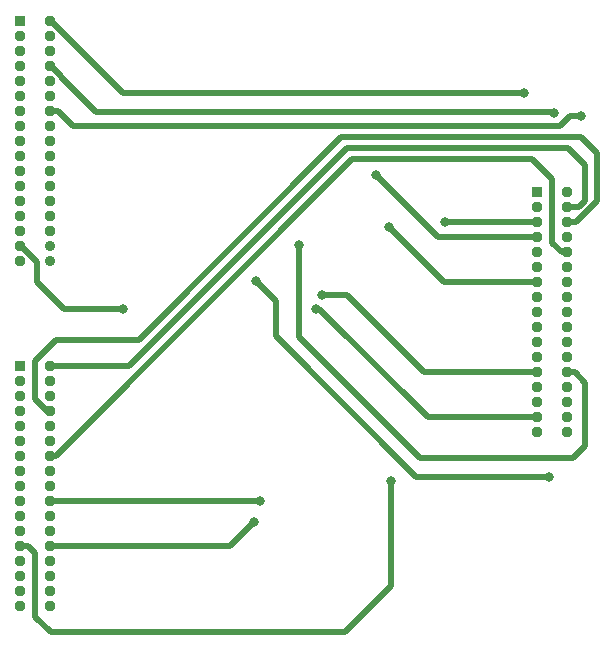
<source format=gbr>
%TF.GenerationSoftware,KiCad,Pcbnew,7.0.7*%
%TF.CreationDate,2023-09-12T23:11:04-05:00*%
%TF.ProjectId,Heater_South,48656174-6572-45f5-936f-7574682e6b69,rev?*%
%TF.SameCoordinates,Original*%
%TF.FileFunction,Copper,L2,Bot*%
%TF.FilePolarity,Positive*%
%FSLAX46Y46*%
G04 Gerber Fmt 4.6, Leading zero omitted, Abs format (unit mm)*
G04 Created by KiCad (PCBNEW 7.0.7) date 2023-09-12 23:11:04*
%MOMM*%
%LPD*%
G01*
G04 APERTURE LIST*
%TA.AperFunction,ComponentPad*%
%ADD10R,0.940800X0.940800*%
%TD*%
%TA.AperFunction,ComponentPad*%
%ADD11C,0.940800*%
%TD*%
%TA.AperFunction,ComponentPad*%
%ADD12C,0.890000*%
%TD*%
%TA.AperFunction,ViaPad*%
%ADD13C,0.800000*%
%TD*%
%TA.AperFunction,Conductor*%
%ADD14C,0.508000*%
%TD*%
G04 APERTURE END LIST*
D10*
%TO.P,J2,1,Pin_1*%
%TO.N,/HB2_1*%
X93969840Y-80010000D03*
D11*
%TO.P,J2,2,Pin_2*%
%TO.N,/HB2_2*%
X96530160Y-80010000D03*
%TO.P,J2,3,Pin_3*%
%TO.N,unconnected-(J2-Pin_3-Pad3)*%
X93980000Y-81280000D03*
%TO.P,J2,4,Pin_4*%
%TO.N,unconnected-(J2-Pin_4-Pad4)*%
X96520000Y-81280000D03*
%TO.P,J2,5,Pin_5*%
%TO.N,unconnected-(J2-Pin_5-Pad5)*%
X93980000Y-82550000D03*
%TO.P,J2,6,Pin_6*%
%TO.N,unconnected-(J2-Pin_6-Pad6)*%
X96520000Y-82550000D03*
%TO.P,J2,7,Pin_7*%
%TO.N,/HB2_7*%
X93980000Y-83820000D03*
%TO.P,J2,8,Pin_8*%
%TO.N,/HB2_8*%
X96520000Y-83820000D03*
%TO.P,J2,9,Pin_9*%
%TO.N,unconnected-(J2-Pin_9-Pad9)*%
X93980000Y-85090000D03*
%TO.P,J2,10,Pin_10*%
%TO.N,unconnected-(J2-Pin_10-Pad10)*%
X96520000Y-85090000D03*
%TO.P,J2,11,Pin_11*%
%TO.N,unconnected-(J2-Pin_11-Pad11)*%
X93980000Y-86360000D03*
%TO.P,J2,12,Pin_12*%
%TO.N,unconnected-(J2-Pin_12-Pad12)*%
X96520000Y-86360000D03*
%TO.P,J2,13,Pin_13*%
%TO.N,/HB2_13*%
X93980000Y-87630000D03*
%TO.P,J2,14,Pin_14*%
%TO.N,/HB2_14*%
X96520000Y-87630000D03*
%TO.P,J2,15,Pin_15*%
%TO.N,unconnected-(J2-Pin_15-Pad15)*%
X93980000Y-88900000D03*
%TO.P,J2,16,Pin_16*%
%TO.N,unconnected-(J2-Pin_16-Pad16)*%
X96520000Y-88900000D03*
%TO.P,J2,17,Pin_17*%
%TO.N,unconnected-(J2-Pin_17-Pad17)*%
X93980000Y-90170000D03*
%TO.P,J2,18,Pin_18*%
%TO.N,unconnected-(J2-Pin_18-Pad18)*%
X96520000Y-90170000D03*
%TO.P,J2,19,Pin_19*%
%TO.N,/HB2_19*%
X93980000Y-91440000D03*
%TO.P,J2,20,Pin_20*%
%TO.N,/HB2_20*%
X96520000Y-91440000D03*
%TO.P,J2,21,Pin_21*%
%TO.N,unconnected-(J2-Pin_21-Pad21)*%
X93980000Y-92710000D03*
%TO.P,J2,22,Pin_22*%
%TO.N,unconnected-(J2-Pin_22-Pad22)*%
X96520000Y-92710000D03*
%TO.P,J2,23,Pin_23*%
%TO.N,unconnected-(J2-Pin_23-Pad23)*%
X93980000Y-93980000D03*
%TO.P,J2,24,Pin_24*%
%TO.N,unconnected-(J2-Pin_24-Pad24)*%
X96520000Y-93980000D03*
%TO.P,J2,25,Pin_25*%
%TO.N,/HB2_25*%
X93980000Y-95250000D03*
%TO.P,J2,26,Pin_26*%
%TO.N,/HB2_26*%
X96520000Y-95250000D03*
%TO.P,J2,27,Pin_27*%
%TO.N,unconnected-(J2-Pin_27-Pad27)*%
X93980000Y-96520000D03*
%TO.P,J2,28,Pin_28*%
%TO.N,unconnected-(J2-Pin_28-Pad28)*%
X96520000Y-96520000D03*
%TO.P,J2,29,Pin_29*%
%TO.N,unconnected-(J2-Pin_29-Pad29)*%
X93980000Y-97790000D03*
%TO.P,J2,30,Pin_30*%
%TO.N,unconnected-(J2-Pin_30-Pad30)*%
X96520000Y-97790000D03*
%TO.P,J2,31,Pin_31*%
%TO.N,unconnected-(J2-Pin_31-Pad31)*%
X93980000Y-99060000D03*
%TO.P,J2,32,Pin_32*%
%TO.N,unconnected-(J2-Pin_32-Pad32)*%
X96520000Y-99060000D03*
%TO.P,J2,33,Pin_33*%
%TO.N,unconnected-(J2-Pin_33-Pad33)*%
X93980000Y-100330000D03*
%TO.P,J2,34,Pin_34*%
%TO.N,unconnected-(J2-Pin_34-Pad34)*%
X96520000Y-100330000D03*
%TD*%
D10*
%TO.P,J3,1,Pin_1*%
%TO.N,/HB1_1*%
X137719840Y-65340000D03*
D11*
%TO.P,J3,2,Pin_2*%
%TO.N,/HB1_2*%
X140280160Y-65340000D03*
%TO.P,J3,3,Pin_3*%
%TO.N,/HB2_1*%
X137730000Y-66610000D03*
%TO.P,J3,4,Pin_4*%
%TO.N,/HB2_2*%
X140270000Y-66610000D03*
%TO.P,J3,5,Pin_5*%
%TO.N,/HB2_7*%
X137730000Y-67880000D03*
%TO.P,J3,6,Pin_6*%
%TO.N,/HB2_8*%
X140270000Y-67880000D03*
%TO.P,J3,7,Pin_7*%
%TO.N,/HB1_7*%
X137730000Y-69150000D03*
%TO.P,J3,8,Pin_8*%
%TO.N,/HB1_8*%
X140270000Y-69150000D03*
%TO.P,J3,9,Pin_9*%
%TO.N,/HB2_13*%
X137730000Y-70420000D03*
%TO.P,J3,10,Pin_10*%
%TO.N,/HB2_14*%
X140270000Y-70420000D03*
%TO.P,J3,11,Pin_11*%
%TO.N,/HB2_19*%
X137730000Y-71690000D03*
%TO.P,J3,12,Pin_12*%
%TO.N,/HB2_20*%
X140270000Y-71690000D03*
%TO.P,J3,13,Pin_13*%
%TO.N,/HB1_13*%
X137730000Y-72960000D03*
%TO.P,J3,14,Pin_14*%
%TO.N,/HB1_14*%
X140270000Y-72960000D03*
%TO.P,J3,15,Pin_15*%
%TO.N,unconnected-(J3-Pin_15-Pad15)*%
X137730000Y-74230000D03*
%TO.P,J3,16,Pin_16*%
%TO.N,unconnected-(J3-Pin_16-Pad16)*%
X140270000Y-74230000D03*
%TO.P,J3,17,Pin_17*%
%TO.N,unconnected-(J3-Pin_17-Pad17)*%
X137730000Y-75500000D03*
%TO.P,J3,18,Pin_18*%
%TO.N,unconnected-(J3-Pin_18-Pad18)*%
X140270000Y-75500000D03*
%TO.P,J3,19,Pin_19*%
%TO.N,unconnected-(J3-Pin_19-Pad19)*%
X137730000Y-76770000D03*
%TO.P,J3,20,Pin_20*%
%TO.N,unconnected-(J3-Pin_20-Pad20)*%
X140270000Y-76770000D03*
%TO.P,J3,21,Pin_21*%
%TO.N,/HB2_25*%
X137730000Y-78040000D03*
%TO.P,J3,22,Pin_22*%
%TO.N,/HB2_26*%
X140270000Y-78040000D03*
%TO.P,J3,23,Pin_23*%
%TO.N,unconnected-(J3-Pin_23-Pad23)*%
X137730000Y-79310000D03*
%TO.P,J3,24,Pin_24*%
%TO.N,unconnected-(J3-Pin_24-Pad24)*%
X140270000Y-79310000D03*
%TO.P,J3,25,Pin_25*%
%TO.N,/HB1_25*%
X137730000Y-80580000D03*
%TO.P,J3,26,Pin_26*%
%TO.N,/HB1_26*%
X140270000Y-80580000D03*
%TO.P,J3,27,Pin_27*%
%TO.N,unconnected-(J3-Pin_27-Pad27)*%
X137730000Y-81850000D03*
%TO.P,J3,28,Pin_28*%
%TO.N,unconnected-(J3-Pin_28-Pad28)*%
X140270000Y-81850000D03*
%TO.P,J3,29,Pin_29*%
%TO.N,unconnected-(J3-Pin_29-Pad29)*%
X137730000Y-83120000D03*
%TO.P,J3,30,Pin_30*%
%TO.N,unconnected-(J3-Pin_30-Pad30)*%
X140270000Y-83120000D03*
%TO.P,J3,31,Pin_31*%
%TO.N,/HB1_31*%
X137730000Y-84390000D03*
%TO.P,J3,32,Pin_32*%
%TO.N,/HB1_32*%
X140270000Y-84390000D03*
%TO.P,J3,33,Pin_33*%
%TO.N,unconnected-(J3-Pin_33-Pad33)*%
X137730000Y-85660000D03*
%TO.P,J3,34,Pin_34*%
%TO.N,unconnected-(J3-Pin_34-Pad34)*%
X140270000Y-85660000D03*
%TD*%
D10*
%TO.P,J1,1,Pin_1*%
%TO.N,/HB1_1*%
X93969840Y-50800000D03*
D11*
%TO.P,J1,2,Pin_2*%
%TO.N,/HB1_2*%
X96530160Y-50800000D03*
%TO.P,J1,3,Pin_3*%
%TO.N,unconnected-(J1-Pin_3-Pad3)*%
X93980000Y-52070000D03*
%TO.P,J1,4,Pin_4*%
%TO.N,unconnected-(J1-Pin_4-Pad4)*%
X96520000Y-52070000D03*
%TO.P,J1,5,Pin_5*%
%TO.N,unconnected-(J1-Pin_5-Pad5)*%
X93980000Y-53340000D03*
%TO.P,J1,6,Pin_6*%
%TO.N,unconnected-(J1-Pin_6-Pad6)*%
X96520000Y-53340000D03*
%TO.P,J1,7,Pin_7*%
%TO.N,/HB1_7*%
X93980000Y-54610000D03*
%TO.P,J1,8,Pin_8*%
%TO.N,/HB1_8*%
X96520000Y-54610000D03*
%TO.P,J1,9,Pin_9*%
%TO.N,unconnected-(J1-Pin_9-Pad9)*%
X93980000Y-55880000D03*
%TO.P,J1,10,Pin_10*%
%TO.N,unconnected-(J1-Pin_10-Pad10)*%
X96520000Y-55880000D03*
%TO.P,J1,11,Pin_11*%
%TO.N,unconnected-(J1-Pin_11-Pad11)*%
X93980000Y-57150000D03*
%TO.P,J1,12,Pin_12*%
%TO.N,unconnected-(J1-Pin_12-Pad12)*%
X96520000Y-57150000D03*
%TO.P,J1,13,Pin_13*%
%TO.N,/HB1_13*%
X93980000Y-58420000D03*
%TO.P,J1,14,Pin_14*%
%TO.N,/HB1_14*%
X96520000Y-58420000D03*
%TO.P,J1,15,Pin_15*%
%TO.N,unconnected-(J1-Pin_15-Pad15)*%
X93980000Y-59690000D03*
%TO.P,J1,16,Pin_16*%
%TO.N,unconnected-(J1-Pin_16-Pad16)*%
X96520000Y-59690000D03*
%TO.P,J1,17,Pin_17*%
%TO.N,unconnected-(J1-Pin_17-Pad17)*%
X93980000Y-60960000D03*
%TO.P,J1,18,Pin_18*%
%TO.N,unconnected-(J1-Pin_18-Pad18)*%
X96520000Y-60960000D03*
%TO.P,J1,19,Pin_19*%
%TO.N,unconnected-(J1-Pin_19-Pad19)*%
X93980000Y-62230000D03*
%TO.P,J1,20,Pin_20*%
%TO.N,unconnected-(J1-Pin_20-Pad20)*%
X96520000Y-62230000D03*
%TO.P,J1,21,Pin_21*%
%TO.N,unconnected-(J1-Pin_21-Pad21)*%
X93980000Y-63500000D03*
%TO.P,J1,22,Pin_22*%
%TO.N,unconnected-(J1-Pin_22-Pad22)*%
X96520000Y-63500000D03*
%TO.P,J1,23,Pin_23*%
%TO.N,unconnected-(J1-Pin_23-Pad23)*%
X93980000Y-64770000D03*
%TO.P,J1,24,Pin_24*%
%TO.N,unconnected-(J1-Pin_24-Pad24)*%
X96520000Y-64770000D03*
%TO.P,J1,25,Pin_25*%
%TO.N,/HB1_25*%
X93980000Y-66040000D03*
%TO.P,J1,26,Pin_26*%
%TO.N,/HB1_26*%
X96520000Y-66040000D03*
%TO.P,J1,27,Pin_27*%
%TO.N,unconnected-(J1-Pin_27-Pad27)*%
X93980000Y-67310000D03*
%TO.P,J1,28,Pin_28*%
%TO.N,unconnected-(J1-Pin_28-Pad28)*%
X96520000Y-67310000D03*
%TO.P,J1,29,Pin_29*%
%TO.N,unconnected-(J1-Pin_29-Pad29)*%
X93980000Y-68580000D03*
%TO.P,J1,30,Pin_30*%
%TO.N,unconnected-(J1-Pin_30-Pad30)*%
X96520000Y-68580000D03*
%TO.P,J1,31,Pin_31*%
%TO.N,/HB1_31*%
X93980000Y-69850000D03*
D12*
%TO.P,J1,32,Pin_32*%
%TO.N,/HB1_32*%
X96520000Y-69850000D03*
D11*
%TO.P,J1,33,Pin_33*%
%TO.N,unconnected-(J1-Pin_33-Pad33)*%
X93980000Y-71120000D03*
D12*
%TO.P,J1,34,Pin_34*%
%TO.N,unconnected-(J1-Pin_34-Pad34)*%
X96520000Y-71120000D03*
%TD*%
D13*
%TO.N,/HB1_7*%
X124100000Y-63900000D03*
%TO.N,/HB1_2*%
X136600000Y-56900000D03*
%TO.N,/HB1_8*%
X139200000Y-58600000D03*
%TO.N,/HB1_13*%
X125200000Y-68300000D03*
%TO.N,/HB1_14*%
X141460515Y-58900000D03*
%TO.N,/HB1_25*%
X119500000Y-74000000D03*
%TO.N,/HB1_26*%
X117600000Y-69800000D03*
%TO.N,/HB1_31*%
X102700000Y-75200000D03*
X119000000Y-75200000D03*
%TO.N,/HB1_32*%
X138700000Y-89400000D03*
X113900000Y-72800000D03*
%TO.N,/HB2_7*%
X129900000Y-67880000D03*
%TO.N,/HB2_20*%
X114300000Y-91440000D03*
%TO.N,/HB2_25*%
X125400000Y-89800000D03*
%TO.N,/HB2_26*%
X113729739Y-93218000D03*
%TD*%
D14*
%TO.N,/HB1_31*%
X94050000Y-69850000D02*
X93980000Y-69850000D01*
X95400000Y-71200000D02*
X94050000Y-69850000D01*
X95400000Y-72900000D02*
X95400000Y-71200000D01*
X97700000Y-75200000D02*
X95400000Y-72900000D01*
X102700000Y-75200000D02*
X97700000Y-75200000D01*
%TO.N,/HB1_7*%
X129350000Y-69150000D02*
X137730000Y-69150000D01*
X124100000Y-63900000D02*
X129350000Y-69150000D01*
%TO.N,/HB2_7*%
X129900000Y-67880000D02*
X137730000Y-67880000D01*
%TO.N,/HB2_14*%
X96970000Y-87630000D02*
X96520000Y-87630000D01*
X122100000Y-62500000D02*
X96970000Y-87630000D01*
X139000000Y-64200000D02*
X137300000Y-62500000D01*
X140270000Y-70420000D02*
X139820000Y-70420000D01*
X139820000Y-70420000D02*
X139000000Y-69600000D01*
X139000000Y-69600000D02*
X139000000Y-64200000D01*
X137300000Y-62500000D02*
X122100000Y-62500000D01*
%TO.N,/HB1_31*%
X119000000Y-75200000D02*
X119300000Y-75200000D01*
X128490000Y-84390000D02*
X137730000Y-84390000D01*
X119300000Y-75200000D02*
X128490000Y-84390000D01*
%TO.N,/HB1_25*%
X128180000Y-80580000D02*
X137730000Y-80580000D01*
X121600000Y-74000000D02*
X128180000Y-80580000D01*
X119500000Y-74000000D02*
X121600000Y-74000000D01*
%TO.N,/HB2_25*%
X95250000Y-101250000D02*
X95250000Y-95854754D01*
X95250000Y-95854754D02*
X94645246Y-95250000D01*
X96600000Y-102600000D02*
X95250000Y-101250000D01*
X94645246Y-95250000D02*
X93980000Y-95250000D01*
X121428000Y-102600000D02*
X96600000Y-102600000D01*
X125400000Y-98628000D02*
X121428000Y-102600000D01*
X125400000Y-89800000D02*
X125400000Y-98628000D01*
%TO.N,/HB1_26*%
X140800000Y-87800000D02*
X141800000Y-86800000D01*
X141800000Y-86800000D02*
X141800000Y-81444754D01*
X141800000Y-81444754D02*
X140935246Y-80580000D01*
X117600000Y-77600000D02*
X127800000Y-87800000D01*
X127800000Y-87800000D02*
X140800000Y-87800000D01*
X140935246Y-80580000D02*
X140270000Y-80580000D01*
X117600000Y-69800000D02*
X117600000Y-77600000D01*
%TO.N,/HB1_32*%
X115600000Y-74500000D02*
X113900000Y-72800000D01*
X115600000Y-77500000D02*
X115600000Y-74500000D01*
X127500000Y-89400000D02*
X115600000Y-77500000D01*
X138700000Y-89400000D02*
X127500000Y-89400000D01*
%TO.N,/HB2_8*%
X141021264Y-67880000D02*
X140270000Y-67880000D01*
X142818000Y-66083264D02*
X141021264Y-67880000D01*
X142818000Y-62018000D02*
X142818000Y-66083264D01*
X141438500Y-60638500D02*
X142818000Y-62018000D01*
X121161500Y-60638500D02*
X141438500Y-60638500D01*
X97000000Y-77800000D02*
X104000000Y-77800000D01*
X104000000Y-77800000D02*
X121161500Y-60638500D01*
X96220000Y-83820000D02*
X95200000Y-82800000D01*
X95200000Y-79600000D02*
X97000000Y-77800000D01*
X95200000Y-82800000D02*
X95200000Y-79600000D01*
X96520000Y-83820000D02*
X96220000Y-83820000D01*
%TO.N,/HB1_14*%
X98455246Y-59690000D02*
X97185246Y-58420000D01*
X97185246Y-58420000D02*
X96520000Y-58420000D01*
X139710000Y-59690000D02*
X98455246Y-59690000D01*
X140500000Y-58900000D02*
X139710000Y-59690000D01*
X141460515Y-58900000D02*
X140500000Y-58900000D01*
%TO.N,/HB1_8*%
X96557300Y-54610000D02*
X96520000Y-54610000D01*
X97444400Y-55497100D02*
X96557300Y-54610000D01*
X97444400Y-55534400D02*
X97444400Y-55497100D01*
X139100000Y-58500000D02*
X100410000Y-58500000D01*
X139200000Y-58600000D02*
X139100000Y-58500000D01*
X100410000Y-58500000D02*
X97444400Y-55534400D01*
%TO.N,/HB1_2*%
X96557300Y-50800000D02*
X96530160Y-50800000D01*
X136600000Y-56900000D02*
X102657300Y-56900000D01*
X102657300Y-56900000D02*
X96557300Y-50800000D01*
%TO.N,/HB2_2*%
X103190000Y-80010000D02*
X96530160Y-80010000D01*
X141800000Y-63000000D02*
X140347724Y-61547724D01*
X140347724Y-61547724D02*
X121652276Y-61547724D01*
X121652276Y-61547724D02*
X103190000Y-80010000D01*
X141800000Y-66100000D02*
X141290000Y-66610000D01*
X141800000Y-63000000D02*
X141800000Y-66100000D01*
X141290000Y-66610000D02*
X140270000Y-66610000D01*
%TO.N,/HB2_26*%
X111697739Y-95250000D02*
X96520000Y-95250000D01*
X113729739Y-93218000D02*
X111697739Y-95250000D01*
%TO.N,/HB1_13*%
X129860000Y-72960000D02*
X137730000Y-72960000D01*
X125200000Y-68300000D02*
X129860000Y-72960000D01*
%TO.N,/HB2_20*%
X114300000Y-91440000D02*
X96520000Y-91440000D01*
%TD*%
M02*

</source>
